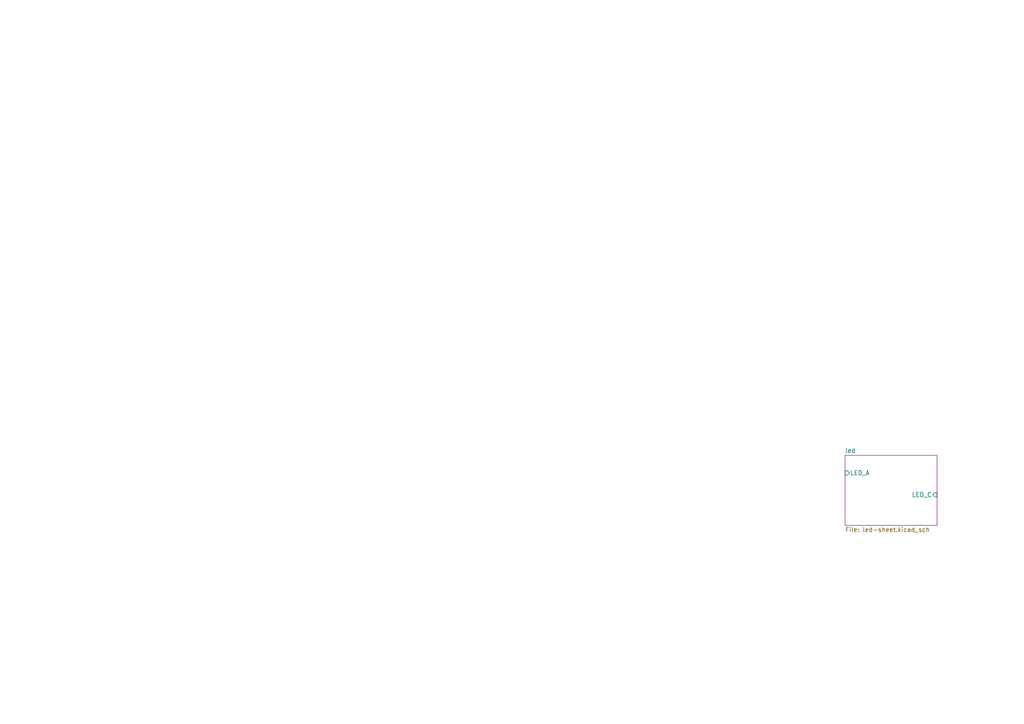
<source format=kicad_sch>
(kicad_sch (version 20201015) (generator eeschema)
  (paper "A4")
  (lib_symbols)
  (sheet (at 245.11 132.08) (size 26.67 20.32) (stroke (width 0.001) (color 132 0 132 1)) (fill (color 255 255 255 0.0000))
    (property "Sheet name" "led" (at 245.11 131.4441 0) (effects (justify left bottom)))
    (property "Sheet file" "led-sheet.kicad_sch" (at 245.11 152.9089 0) (effects (justify left top)))
    (pin "LED_A" input (at 245.11 137.16 180))
    (pin "LED_C" input (at 271.78 143.51 0))
  )
)
</source>
